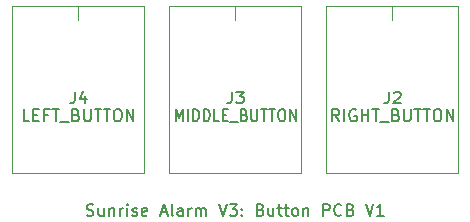
<source format=gbr>
G04 #@! TF.GenerationSoftware,KiCad,Pcbnew,7.0.7-2.fc38*
G04 #@! TF.CreationDate,2023-10-09T12:18:05+01:00*
G04 #@! TF.ProjectId,Button_PCB,42757474-6f6e-45f5-9043-422e6b696361,rev?*
G04 #@! TF.SameCoordinates,Original*
G04 #@! TF.FileFunction,Legend,Top*
G04 #@! TF.FilePolarity,Positive*
%FSLAX46Y46*%
G04 Gerber Fmt 4.6, Leading zero omitted, Abs format (unit mm)*
G04 Created by KiCad (PCBNEW 7.0.7-2.fc38) date 2023-10-09 12:18:05*
%MOMM*%
%LPD*%
G01*
G04 APERTURE LIST*
%ADD10C,0.150000*%
%ADD11C,0.120000*%
G04 APERTURE END LIST*
D10*
X116428570Y-90307200D02*
X116571427Y-90354819D01*
X116571427Y-90354819D02*
X116809522Y-90354819D01*
X116809522Y-90354819D02*
X116904760Y-90307200D01*
X116904760Y-90307200D02*
X116952379Y-90259580D01*
X116952379Y-90259580D02*
X116999998Y-90164342D01*
X116999998Y-90164342D02*
X116999998Y-90069104D01*
X116999998Y-90069104D02*
X116952379Y-89973866D01*
X116952379Y-89973866D02*
X116904760Y-89926247D01*
X116904760Y-89926247D02*
X116809522Y-89878628D01*
X116809522Y-89878628D02*
X116619046Y-89831009D01*
X116619046Y-89831009D02*
X116523808Y-89783390D01*
X116523808Y-89783390D02*
X116476189Y-89735771D01*
X116476189Y-89735771D02*
X116428570Y-89640533D01*
X116428570Y-89640533D02*
X116428570Y-89545295D01*
X116428570Y-89545295D02*
X116476189Y-89450057D01*
X116476189Y-89450057D02*
X116523808Y-89402438D01*
X116523808Y-89402438D02*
X116619046Y-89354819D01*
X116619046Y-89354819D02*
X116857141Y-89354819D01*
X116857141Y-89354819D02*
X116999998Y-89402438D01*
X117857141Y-89688152D02*
X117857141Y-90354819D01*
X117428570Y-89688152D02*
X117428570Y-90211961D01*
X117428570Y-90211961D02*
X117476189Y-90307200D01*
X117476189Y-90307200D02*
X117571427Y-90354819D01*
X117571427Y-90354819D02*
X117714284Y-90354819D01*
X117714284Y-90354819D02*
X117809522Y-90307200D01*
X117809522Y-90307200D02*
X117857141Y-90259580D01*
X118333332Y-89688152D02*
X118333332Y-90354819D01*
X118333332Y-89783390D02*
X118380951Y-89735771D01*
X118380951Y-89735771D02*
X118476189Y-89688152D01*
X118476189Y-89688152D02*
X118619046Y-89688152D01*
X118619046Y-89688152D02*
X118714284Y-89735771D01*
X118714284Y-89735771D02*
X118761903Y-89831009D01*
X118761903Y-89831009D02*
X118761903Y-90354819D01*
X119238094Y-90354819D02*
X119238094Y-89688152D01*
X119238094Y-89878628D02*
X119285713Y-89783390D01*
X119285713Y-89783390D02*
X119333332Y-89735771D01*
X119333332Y-89735771D02*
X119428570Y-89688152D01*
X119428570Y-89688152D02*
X119523808Y-89688152D01*
X119857142Y-90354819D02*
X119857142Y-89688152D01*
X119857142Y-89354819D02*
X119809523Y-89402438D01*
X119809523Y-89402438D02*
X119857142Y-89450057D01*
X119857142Y-89450057D02*
X119904761Y-89402438D01*
X119904761Y-89402438D02*
X119857142Y-89354819D01*
X119857142Y-89354819D02*
X119857142Y-89450057D01*
X120285713Y-90307200D02*
X120380951Y-90354819D01*
X120380951Y-90354819D02*
X120571427Y-90354819D01*
X120571427Y-90354819D02*
X120666665Y-90307200D01*
X120666665Y-90307200D02*
X120714284Y-90211961D01*
X120714284Y-90211961D02*
X120714284Y-90164342D01*
X120714284Y-90164342D02*
X120666665Y-90069104D01*
X120666665Y-90069104D02*
X120571427Y-90021485D01*
X120571427Y-90021485D02*
X120428570Y-90021485D01*
X120428570Y-90021485D02*
X120333332Y-89973866D01*
X120333332Y-89973866D02*
X120285713Y-89878628D01*
X120285713Y-89878628D02*
X120285713Y-89831009D01*
X120285713Y-89831009D02*
X120333332Y-89735771D01*
X120333332Y-89735771D02*
X120428570Y-89688152D01*
X120428570Y-89688152D02*
X120571427Y-89688152D01*
X120571427Y-89688152D02*
X120666665Y-89735771D01*
X121523808Y-90307200D02*
X121428570Y-90354819D01*
X121428570Y-90354819D02*
X121238094Y-90354819D01*
X121238094Y-90354819D02*
X121142856Y-90307200D01*
X121142856Y-90307200D02*
X121095237Y-90211961D01*
X121095237Y-90211961D02*
X121095237Y-89831009D01*
X121095237Y-89831009D02*
X121142856Y-89735771D01*
X121142856Y-89735771D02*
X121238094Y-89688152D01*
X121238094Y-89688152D02*
X121428570Y-89688152D01*
X121428570Y-89688152D02*
X121523808Y-89735771D01*
X121523808Y-89735771D02*
X121571427Y-89831009D01*
X121571427Y-89831009D02*
X121571427Y-89926247D01*
X121571427Y-89926247D02*
X121095237Y-90021485D01*
X122714285Y-90069104D02*
X123190475Y-90069104D01*
X122619047Y-90354819D02*
X122952380Y-89354819D01*
X122952380Y-89354819D02*
X123285713Y-90354819D01*
X123761904Y-90354819D02*
X123666666Y-90307200D01*
X123666666Y-90307200D02*
X123619047Y-90211961D01*
X123619047Y-90211961D02*
X123619047Y-89354819D01*
X124571428Y-90354819D02*
X124571428Y-89831009D01*
X124571428Y-89831009D02*
X124523809Y-89735771D01*
X124523809Y-89735771D02*
X124428571Y-89688152D01*
X124428571Y-89688152D02*
X124238095Y-89688152D01*
X124238095Y-89688152D02*
X124142857Y-89735771D01*
X124571428Y-90307200D02*
X124476190Y-90354819D01*
X124476190Y-90354819D02*
X124238095Y-90354819D01*
X124238095Y-90354819D02*
X124142857Y-90307200D01*
X124142857Y-90307200D02*
X124095238Y-90211961D01*
X124095238Y-90211961D02*
X124095238Y-90116723D01*
X124095238Y-90116723D02*
X124142857Y-90021485D01*
X124142857Y-90021485D02*
X124238095Y-89973866D01*
X124238095Y-89973866D02*
X124476190Y-89973866D01*
X124476190Y-89973866D02*
X124571428Y-89926247D01*
X125047619Y-90354819D02*
X125047619Y-89688152D01*
X125047619Y-89878628D02*
X125095238Y-89783390D01*
X125095238Y-89783390D02*
X125142857Y-89735771D01*
X125142857Y-89735771D02*
X125238095Y-89688152D01*
X125238095Y-89688152D02*
X125333333Y-89688152D01*
X125666667Y-90354819D02*
X125666667Y-89688152D01*
X125666667Y-89783390D02*
X125714286Y-89735771D01*
X125714286Y-89735771D02*
X125809524Y-89688152D01*
X125809524Y-89688152D02*
X125952381Y-89688152D01*
X125952381Y-89688152D02*
X126047619Y-89735771D01*
X126047619Y-89735771D02*
X126095238Y-89831009D01*
X126095238Y-89831009D02*
X126095238Y-90354819D01*
X126095238Y-89831009D02*
X126142857Y-89735771D01*
X126142857Y-89735771D02*
X126238095Y-89688152D01*
X126238095Y-89688152D02*
X126380952Y-89688152D01*
X126380952Y-89688152D02*
X126476191Y-89735771D01*
X126476191Y-89735771D02*
X126523810Y-89831009D01*
X126523810Y-89831009D02*
X126523810Y-90354819D01*
X127619048Y-89354819D02*
X127952381Y-90354819D01*
X127952381Y-90354819D02*
X128285714Y-89354819D01*
X128523810Y-89354819D02*
X129142857Y-89354819D01*
X129142857Y-89354819D02*
X128809524Y-89735771D01*
X128809524Y-89735771D02*
X128952381Y-89735771D01*
X128952381Y-89735771D02*
X129047619Y-89783390D01*
X129047619Y-89783390D02*
X129095238Y-89831009D01*
X129095238Y-89831009D02*
X129142857Y-89926247D01*
X129142857Y-89926247D02*
X129142857Y-90164342D01*
X129142857Y-90164342D02*
X129095238Y-90259580D01*
X129095238Y-90259580D02*
X129047619Y-90307200D01*
X129047619Y-90307200D02*
X128952381Y-90354819D01*
X128952381Y-90354819D02*
X128666667Y-90354819D01*
X128666667Y-90354819D02*
X128571429Y-90307200D01*
X128571429Y-90307200D02*
X128523810Y-90259580D01*
X129571429Y-90259580D02*
X129619048Y-90307200D01*
X129619048Y-90307200D02*
X129571429Y-90354819D01*
X129571429Y-90354819D02*
X129523810Y-90307200D01*
X129523810Y-90307200D02*
X129571429Y-90259580D01*
X129571429Y-90259580D02*
X129571429Y-90354819D01*
X129571429Y-89735771D02*
X129619048Y-89783390D01*
X129619048Y-89783390D02*
X129571429Y-89831009D01*
X129571429Y-89831009D02*
X129523810Y-89783390D01*
X129523810Y-89783390D02*
X129571429Y-89735771D01*
X129571429Y-89735771D02*
X129571429Y-89831009D01*
X131142857Y-89831009D02*
X131285714Y-89878628D01*
X131285714Y-89878628D02*
X131333333Y-89926247D01*
X131333333Y-89926247D02*
X131380952Y-90021485D01*
X131380952Y-90021485D02*
X131380952Y-90164342D01*
X131380952Y-90164342D02*
X131333333Y-90259580D01*
X131333333Y-90259580D02*
X131285714Y-90307200D01*
X131285714Y-90307200D02*
X131190476Y-90354819D01*
X131190476Y-90354819D02*
X130809524Y-90354819D01*
X130809524Y-90354819D02*
X130809524Y-89354819D01*
X130809524Y-89354819D02*
X131142857Y-89354819D01*
X131142857Y-89354819D02*
X131238095Y-89402438D01*
X131238095Y-89402438D02*
X131285714Y-89450057D01*
X131285714Y-89450057D02*
X131333333Y-89545295D01*
X131333333Y-89545295D02*
X131333333Y-89640533D01*
X131333333Y-89640533D02*
X131285714Y-89735771D01*
X131285714Y-89735771D02*
X131238095Y-89783390D01*
X131238095Y-89783390D02*
X131142857Y-89831009D01*
X131142857Y-89831009D02*
X130809524Y-89831009D01*
X132238095Y-89688152D02*
X132238095Y-90354819D01*
X131809524Y-89688152D02*
X131809524Y-90211961D01*
X131809524Y-90211961D02*
X131857143Y-90307200D01*
X131857143Y-90307200D02*
X131952381Y-90354819D01*
X131952381Y-90354819D02*
X132095238Y-90354819D01*
X132095238Y-90354819D02*
X132190476Y-90307200D01*
X132190476Y-90307200D02*
X132238095Y-90259580D01*
X132571429Y-89688152D02*
X132952381Y-89688152D01*
X132714286Y-89354819D02*
X132714286Y-90211961D01*
X132714286Y-90211961D02*
X132761905Y-90307200D01*
X132761905Y-90307200D02*
X132857143Y-90354819D01*
X132857143Y-90354819D02*
X132952381Y-90354819D01*
X133142858Y-89688152D02*
X133523810Y-89688152D01*
X133285715Y-89354819D02*
X133285715Y-90211961D01*
X133285715Y-90211961D02*
X133333334Y-90307200D01*
X133333334Y-90307200D02*
X133428572Y-90354819D01*
X133428572Y-90354819D02*
X133523810Y-90354819D01*
X134000001Y-90354819D02*
X133904763Y-90307200D01*
X133904763Y-90307200D02*
X133857144Y-90259580D01*
X133857144Y-90259580D02*
X133809525Y-90164342D01*
X133809525Y-90164342D02*
X133809525Y-89878628D01*
X133809525Y-89878628D02*
X133857144Y-89783390D01*
X133857144Y-89783390D02*
X133904763Y-89735771D01*
X133904763Y-89735771D02*
X134000001Y-89688152D01*
X134000001Y-89688152D02*
X134142858Y-89688152D01*
X134142858Y-89688152D02*
X134238096Y-89735771D01*
X134238096Y-89735771D02*
X134285715Y-89783390D01*
X134285715Y-89783390D02*
X134333334Y-89878628D01*
X134333334Y-89878628D02*
X134333334Y-90164342D01*
X134333334Y-90164342D02*
X134285715Y-90259580D01*
X134285715Y-90259580D02*
X134238096Y-90307200D01*
X134238096Y-90307200D02*
X134142858Y-90354819D01*
X134142858Y-90354819D02*
X134000001Y-90354819D01*
X134761906Y-89688152D02*
X134761906Y-90354819D01*
X134761906Y-89783390D02*
X134809525Y-89735771D01*
X134809525Y-89735771D02*
X134904763Y-89688152D01*
X134904763Y-89688152D02*
X135047620Y-89688152D01*
X135047620Y-89688152D02*
X135142858Y-89735771D01*
X135142858Y-89735771D02*
X135190477Y-89831009D01*
X135190477Y-89831009D02*
X135190477Y-90354819D01*
X136428573Y-90354819D02*
X136428573Y-89354819D01*
X136428573Y-89354819D02*
X136809525Y-89354819D01*
X136809525Y-89354819D02*
X136904763Y-89402438D01*
X136904763Y-89402438D02*
X136952382Y-89450057D01*
X136952382Y-89450057D02*
X137000001Y-89545295D01*
X137000001Y-89545295D02*
X137000001Y-89688152D01*
X137000001Y-89688152D02*
X136952382Y-89783390D01*
X136952382Y-89783390D02*
X136904763Y-89831009D01*
X136904763Y-89831009D02*
X136809525Y-89878628D01*
X136809525Y-89878628D02*
X136428573Y-89878628D01*
X138000001Y-90259580D02*
X137952382Y-90307200D01*
X137952382Y-90307200D02*
X137809525Y-90354819D01*
X137809525Y-90354819D02*
X137714287Y-90354819D01*
X137714287Y-90354819D02*
X137571430Y-90307200D01*
X137571430Y-90307200D02*
X137476192Y-90211961D01*
X137476192Y-90211961D02*
X137428573Y-90116723D01*
X137428573Y-90116723D02*
X137380954Y-89926247D01*
X137380954Y-89926247D02*
X137380954Y-89783390D01*
X137380954Y-89783390D02*
X137428573Y-89592914D01*
X137428573Y-89592914D02*
X137476192Y-89497676D01*
X137476192Y-89497676D02*
X137571430Y-89402438D01*
X137571430Y-89402438D02*
X137714287Y-89354819D01*
X137714287Y-89354819D02*
X137809525Y-89354819D01*
X137809525Y-89354819D02*
X137952382Y-89402438D01*
X137952382Y-89402438D02*
X138000001Y-89450057D01*
X138761906Y-89831009D02*
X138904763Y-89878628D01*
X138904763Y-89878628D02*
X138952382Y-89926247D01*
X138952382Y-89926247D02*
X139000001Y-90021485D01*
X139000001Y-90021485D02*
X139000001Y-90164342D01*
X139000001Y-90164342D02*
X138952382Y-90259580D01*
X138952382Y-90259580D02*
X138904763Y-90307200D01*
X138904763Y-90307200D02*
X138809525Y-90354819D01*
X138809525Y-90354819D02*
X138428573Y-90354819D01*
X138428573Y-90354819D02*
X138428573Y-89354819D01*
X138428573Y-89354819D02*
X138761906Y-89354819D01*
X138761906Y-89354819D02*
X138857144Y-89402438D01*
X138857144Y-89402438D02*
X138904763Y-89450057D01*
X138904763Y-89450057D02*
X138952382Y-89545295D01*
X138952382Y-89545295D02*
X138952382Y-89640533D01*
X138952382Y-89640533D02*
X138904763Y-89735771D01*
X138904763Y-89735771D02*
X138857144Y-89783390D01*
X138857144Y-89783390D02*
X138761906Y-89831009D01*
X138761906Y-89831009D02*
X138428573Y-89831009D01*
X140047621Y-89354819D02*
X140380954Y-90354819D01*
X140380954Y-90354819D02*
X140714287Y-89354819D01*
X141571430Y-90354819D02*
X141000002Y-90354819D01*
X141285716Y-90354819D02*
X141285716Y-89354819D01*
X141285716Y-89354819D02*
X141190478Y-89497676D01*
X141190478Y-89497676D02*
X141095240Y-89592914D01*
X141095240Y-89592914D02*
X141000002Y-89640533D01*
X115416666Y-79834819D02*
X115416666Y-80549104D01*
X115416666Y-80549104D02*
X115369047Y-80691961D01*
X115369047Y-80691961D02*
X115273809Y-80787200D01*
X115273809Y-80787200D02*
X115130952Y-80834819D01*
X115130952Y-80834819D02*
X115035714Y-80834819D01*
X116321428Y-80168152D02*
X116321428Y-80834819D01*
X116083333Y-79787200D02*
X115845238Y-80501485D01*
X115845238Y-80501485D02*
X116464285Y-80501485D01*
X111583332Y-82334819D02*
X111107142Y-82334819D01*
X111107142Y-82334819D02*
X111107142Y-81334819D01*
X111916666Y-81811009D02*
X112249999Y-81811009D01*
X112392856Y-82334819D02*
X111916666Y-82334819D01*
X111916666Y-82334819D02*
X111916666Y-81334819D01*
X111916666Y-81334819D02*
X112392856Y-81334819D01*
X113154761Y-81811009D02*
X112821428Y-81811009D01*
X112821428Y-82334819D02*
X112821428Y-81334819D01*
X112821428Y-81334819D02*
X113297618Y-81334819D01*
X113535714Y-81334819D02*
X114107142Y-81334819D01*
X113821428Y-82334819D02*
X113821428Y-81334819D01*
X114202381Y-82430057D02*
X114964285Y-82430057D01*
X115535714Y-81811009D02*
X115678571Y-81858628D01*
X115678571Y-81858628D02*
X115726190Y-81906247D01*
X115726190Y-81906247D02*
X115773809Y-82001485D01*
X115773809Y-82001485D02*
X115773809Y-82144342D01*
X115773809Y-82144342D02*
X115726190Y-82239580D01*
X115726190Y-82239580D02*
X115678571Y-82287200D01*
X115678571Y-82287200D02*
X115583333Y-82334819D01*
X115583333Y-82334819D02*
X115202381Y-82334819D01*
X115202381Y-82334819D02*
X115202381Y-81334819D01*
X115202381Y-81334819D02*
X115535714Y-81334819D01*
X115535714Y-81334819D02*
X115630952Y-81382438D01*
X115630952Y-81382438D02*
X115678571Y-81430057D01*
X115678571Y-81430057D02*
X115726190Y-81525295D01*
X115726190Y-81525295D02*
X115726190Y-81620533D01*
X115726190Y-81620533D02*
X115678571Y-81715771D01*
X115678571Y-81715771D02*
X115630952Y-81763390D01*
X115630952Y-81763390D02*
X115535714Y-81811009D01*
X115535714Y-81811009D02*
X115202381Y-81811009D01*
X116202381Y-81334819D02*
X116202381Y-82144342D01*
X116202381Y-82144342D02*
X116250000Y-82239580D01*
X116250000Y-82239580D02*
X116297619Y-82287200D01*
X116297619Y-82287200D02*
X116392857Y-82334819D01*
X116392857Y-82334819D02*
X116583333Y-82334819D01*
X116583333Y-82334819D02*
X116678571Y-82287200D01*
X116678571Y-82287200D02*
X116726190Y-82239580D01*
X116726190Y-82239580D02*
X116773809Y-82144342D01*
X116773809Y-82144342D02*
X116773809Y-81334819D01*
X117107143Y-81334819D02*
X117678571Y-81334819D01*
X117392857Y-82334819D02*
X117392857Y-81334819D01*
X117869048Y-81334819D02*
X118440476Y-81334819D01*
X118154762Y-82334819D02*
X118154762Y-81334819D01*
X118964286Y-81334819D02*
X119154762Y-81334819D01*
X119154762Y-81334819D02*
X119250000Y-81382438D01*
X119250000Y-81382438D02*
X119345238Y-81477676D01*
X119345238Y-81477676D02*
X119392857Y-81668152D01*
X119392857Y-81668152D02*
X119392857Y-82001485D01*
X119392857Y-82001485D02*
X119345238Y-82191961D01*
X119345238Y-82191961D02*
X119250000Y-82287200D01*
X119250000Y-82287200D02*
X119154762Y-82334819D01*
X119154762Y-82334819D02*
X118964286Y-82334819D01*
X118964286Y-82334819D02*
X118869048Y-82287200D01*
X118869048Y-82287200D02*
X118773810Y-82191961D01*
X118773810Y-82191961D02*
X118726191Y-82001485D01*
X118726191Y-82001485D02*
X118726191Y-81668152D01*
X118726191Y-81668152D02*
X118773810Y-81477676D01*
X118773810Y-81477676D02*
X118869048Y-81382438D01*
X118869048Y-81382438D02*
X118964286Y-81334819D01*
X119821429Y-82334819D02*
X119821429Y-81334819D01*
X119821429Y-81334819D02*
X120392857Y-82334819D01*
X120392857Y-82334819D02*
X120392857Y-81334819D01*
X142016666Y-79834819D02*
X142016666Y-80549104D01*
X142016666Y-80549104D02*
X141969047Y-80691961D01*
X141969047Y-80691961D02*
X141873809Y-80787200D01*
X141873809Y-80787200D02*
X141730952Y-80834819D01*
X141730952Y-80834819D02*
X141635714Y-80834819D01*
X142445238Y-79930057D02*
X142492857Y-79882438D01*
X142492857Y-79882438D02*
X142588095Y-79834819D01*
X142588095Y-79834819D02*
X142826190Y-79834819D01*
X142826190Y-79834819D02*
X142921428Y-79882438D01*
X142921428Y-79882438D02*
X142969047Y-79930057D01*
X142969047Y-79930057D02*
X143016666Y-80025295D01*
X143016666Y-80025295D02*
X143016666Y-80120533D01*
X143016666Y-80120533D02*
X142969047Y-80263390D01*
X142969047Y-80263390D02*
X142397619Y-80834819D01*
X142397619Y-80834819D02*
X143016666Y-80834819D01*
X137802380Y-82334819D02*
X137469047Y-81858628D01*
X137230952Y-82334819D02*
X137230952Y-81334819D01*
X137230952Y-81334819D02*
X137611904Y-81334819D01*
X137611904Y-81334819D02*
X137707142Y-81382438D01*
X137707142Y-81382438D02*
X137754761Y-81430057D01*
X137754761Y-81430057D02*
X137802380Y-81525295D01*
X137802380Y-81525295D02*
X137802380Y-81668152D01*
X137802380Y-81668152D02*
X137754761Y-81763390D01*
X137754761Y-81763390D02*
X137707142Y-81811009D01*
X137707142Y-81811009D02*
X137611904Y-81858628D01*
X137611904Y-81858628D02*
X137230952Y-81858628D01*
X138230952Y-82334819D02*
X138230952Y-81334819D01*
X139230951Y-81382438D02*
X139135713Y-81334819D01*
X139135713Y-81334819D02*
X138992856Y-81334819D01*
X138992856Y-81334819D02*
X138849999Y-81382438D01*
X138849999Y-81382438D02*
X138754761Y-81477676D01*
X138754761Y-81477676D02*
X138707142Y-81572914D01*
X138707142Y-81572914D02*
X138659523Y-81763390D01*
X138659523Y-81763390D02*
X138659523Y-81906247D01*
X138659523Y-81906247D02*
X138707142Y-82096723D01*
X138707142Y-82096723D02*
X138754761Y-82191961D01*
X138754761Y-82191961D02*
X138849999Y-82287200D01*
X138849999Y-82287200D02*
X138992856Y-82334819D01*
X138992856Y-82334819D02*
X139088094Y-82334819D01*
X139088094Y-82334819D02*
X139230951Y-82287200D01*
X139230951Y-82287200D02*
X139278570Y-82239580D01*
X139278570Y-82239580D02*
X139278570Y-81906247D01*
X139278570Y-81906247D02*
X139088094Y-81906247D01*
X139707142Y-82334819D02*
X139707142Y-81334819D01*
X139707142Y-81811009D02*
X140278570Y-81811009D01*
X140278570Y-82334819D02*
X140278570Y-81334819D01*
X140611904Y-81334819D02*
X141183332Y-81334819D01*
X140897618Y-82334819D02*
X140897618Y-81334819D01*
X141278571Y-82430057D02*
X142040475Y-82430057D01*
X142611904Y-81811009D02*
X142754761Y-81858628D01*
X142754761Y-81858628D02*
X142802380Y-81906247D01*
X142802380Y-81906247D02*
X142849999Y-82001485D01*
X142849999Y-82001485D02*
X142849999Y-82144342D01*
X142849999Y-82144342D02*
X142802380Y-82239580D01*
X142802380Y-82239580D02*
X142754761Y-82287200D01*
X142754761Y-82287200D02*
X142659523Y-82334819D01*
X142659523Y-82334819D02*
X142278571Y-82334819D01*
X142278571Y-82334819D02*
X142278571Y-81334819D01*
X142278571Y-81334819D02*
X142611904Y-81334819D01*
X142611904Y-81334819D02*
X142707142Y-81382438D01*
X142707142Y-81382438D02*
X142754761Y-81430057D01*
X142754761Y-81430057D02*
X142802380Y-81525295D01*
X142802380Y-81525295D02*
X142802380Y-81620533D01*
X142802380Y-81620533D02*
X142754761Y-81715771D01*
X142754761Y-81715771D02*
X142707142Y-81763390D01*
X142707142Y-81763390D02*
X142611904Y-81811009D01*
X142611904Y-81811009D02*
X142278571Y-81811009D01*
X143278571Y-81334819D02*
X143278571Y-82144342D01*
X143278571Y-82144342D02*
X143326190Y-82239580D01*
X143326190Y-82239580D02*
X143373809Y-82287200D01*
X143373809Y-82287200D02*
X143469047Y-82334819D01*
X143469047Y-82334819D02*
X143659523Y-82334819D01*
X143659523Y-82334819D02*
X143754761Y-82287200D01*
X143754761Y-82287200D02*
X143802380Y-82239580D01*
X143802380Y-82239580D02*
X143849999Y-82144342D01*
X143849999Y-82144342D02*
X143849999Y-81334819D01*
X144183333Y-81334819D02*
X144754761Y-81334819D01*
X144469047Y-82334819D02*
X144469047Y-81334819D01*
X144945238Y-81334819D02*
X145516666Y-81334819D01*
X145230952Y-82334819D02*
X145230952Y-81334819D01*
X146040476Y-81334819D02*
X146230952Y-81334819D01*
X146230952Y-81334819D02*
X146326190Y-81382438D01*
X146326190Y-81382438D02*
X146421428Y-81477676D01*
X146421428Y-81477676D02*
X146469047Y-81668152D01*
X146469047Y-81668152D02*
X146469047Y-82001485D01*
X146469047Y-82001485D02*
X146421428Y-82191961D01*
X146421428Y-82191961D02*
X146326190Y-82287200D01*
X146326190Y-82287200D02*
X146230952Y-82334819D01*
X146230952Y-82334819D02*
X146040476Y-82334819D01*
X146040476Y-82334819D02*
X145945238Y-82287200D01*
X145945238Y-82287200D02*
X145850000Y-82191961D01*
X145850000Y-82191961D02*
X145802381Y-82001485D01*
X145802381Y-82001485D02*
X145802381Y-81668152D01*
X145802381Y-81668152D02*
X145850000Y-81477676D01*
X145850000Y-81477676D02*
X145945238Y-81382438D01*
X145945238Y-81382438D02*
X146040476Y-81334819D01*
X146897619Y-82334819D02*
X146897619Y-81334819D01*
X146897619Y-81334819D02*
X147469047Y-82334819D01*
X147469047Y-82334819D02*
X147469047Y-81334819D01*
X128716666Y-79834819D02*
X128716666Y-80549104D01*
X128716666Y-80549104D02*
X128669047Y-80691961D01*
X128669047Y-80691961D02*
X128573809Y-80787200D01*
X128573809Y-80787200D02*
X128430952Y-80834819D01*
X128430952Y-80834819D02*
X128335714Y-80834819D01*
X129097619Y-79834819D02*
X129716666Y-79834819D01*
X129716666Y-79834819D02*
X129383333Y-80215771D01*
X129383333Y-80215771D02*
X129526190Y-80215771D01*
X129526190Y-80215771D02*
X129621428Y-80263390D01*
X129621428Y-80263390D02*
X129669047Y-80311009D01*
X129669047Y-80311009D02*
X129716666Y-80406247D01*
X129716666Y-80406247D02*
X129716666Y-80644342D01*
X129716666Y-80644342D02*
X129669047Y-80739580D01*
X129669047Y-80739580D02*
X129621428Y-80787200D01*
X129621428Y-80787200D02*
X129526190Y-80834819D01*
X129526190Y-80834819D02*
X129240476Y-80834819D01*
X129240476Y-80834819D02*
X129145238Y-80787200D01*
X129145238Y-80787200D02*
X129097619Y-80739580D01*
X123971429Y-82334819D02*
X123971429Y-81334819D01*
X123971429Y-81334819D02*
X124271429Y-82049104D01*
X124271429Y-82049104D02*
X124571429Y-81334819D01*
X124571429Y-81334819D02*
X124571429Y-82334819D01*
X125000000Y-82334819D02*
X125000000Y-81334819D01*
X125428571Y-82334819D02*
X125428571Y-81334819D01*
X125428571Y-81334819D02*
X125642857Y-81334819D01*
X125642857Y-81334819D02*
X125771428Y-81382438D01*
X125771428Y-81382438D02*
X125857143Y-81477676D01*
X125857143Y-81477676D02*
X125900000Y-81572914D01*
X125900000Y-81572914D02*
X125942857Y-81763390D01*
X125942857Y-81763390D02*
X125942857Y-81906247D01*
X125942857Y-81906247D02*
X125900000Y-82096723D01*
X125900000Y-82096723D02*
X125857143Y-82191961D01*
X125857143Y-82191961D02*
X125771428Y-82287200D01*
X125771428Y-82287200D02*
X125642857Y-82334819D01*
X125642857Y-82334819D02*
X125428571Y-82334819D01*
X126328571Y-82334819D02*
X126328571Y-81334819D01*
X126328571Y-81334819D02*
X126542857Y-81334819D01*
X126542857Y-81334819D02*
X126671428Y-81382438D01*
X126671428Y-81382438D02*
X126757143Y-81477676D01*
X126757143Y-81477676D02*
X126800000Y-81572914D01*
X126800000Y-81572914D02*
X126842857Y-81763390D01*
X126842857Y-81763390D02*
X126842857Y-81906247D01*
X126842857Y-81906247D02*
X126800000Y-82096723D01*
X126800000Y-82096723D02*
X126757143Y-82191961D01*
X126757143Y-82191961D02*
X126671428Y-82287200D01*
X126671428Y-82287200D02*
X126542857Y-82334819D01*
X126542857Y-82334819D02*
X126328571Y-82334819D01*
X127657143Y-82334819D02*
X127228571Y-82334819D01*
X127228571Y-82334819D02*
X127228571Y-81334819D01*
X127957142Y-81811009D02*
X128257142Y-81811009D01*
X128385714Y-82334819D02*
X127957142Y-82334819D01*
X127957142Y-82334819D02*
X127957142Y-81334819D01*
X127957142Y-81334819D02*
X128385714Y-81334819D01*
X128557143Y-82430057D02*
X129242857Y-82430057D01*
X129757142Y-81811009D02*
X129885714Y-81858628D01*
X129885714Y-81858628D02*
X129928571Y-81906247D01*
X129928571Y-81906247D02*
X129971428Y-82001485D01*
X129971428Y-82001485D02*
X129971428Y-82144342D01*
X129971428Y-82144342D02*
X129928571Y-82239580D01*
X129928571Y-82239580D02*
X129885714Y-82287200D01*
X129885714Y-82287200D02*
X129799999Y-82334819D01*
X129799999Y-82334819D02*
X129457142Y-82334819D01*
X129457142Y-82334819D02*
X129457142Y-81334819D01*
X129457142Y-81334819D02*
X129757142Y-81334819D01*
X129757142Y-81334819D02*
X129842857Y-81382438D01*
X129842857Y-81382438D02*
X129885714Y-81430057D01*
X129885714Y-81430057D02*
X129928571Y-81525295D01*
X129928571Y-81525295D02*
X129928571Y-81620533D01*
X129928571Y-81620533D02*
X129885714Y-81715771D01*
X129885714Y-81715771D02*
X129842857Y-81763390D01*
X129842857Y-81763390D02*
X129757142Y-81811009D01*
X129757142Y-81811009D02*
X129457142Y-81811009D01*
X130357142Y-81334819D02*
X130357142Y-82144342D01*
X130357142Y-82144342D02*
X130399999Y-82239580D01*
X130399999Y-82239580D02*
X130442857Y-82287200D01*
X130442857Y-82287200D02*
X130528571Y-82334819D01*
X130528571Y-82334819D02*
X130699999Y-82334819D01*
X130699999Y-82334819D02*
X130785714Y-82287200D01*
X130785714Y-82287200D02*
X130828571Y-82239580D01*
X130828571Y-82239580D02*
X130871428Y-82144342D01*
X130871428Y-82144342D02*
X130871428Y-81334819D01*
X131171428Y-81334819D02*
X131685714Y-81334819D01*
X131428571Y-82334819D02*
X131428571Y-81334819D01*
X131857142Y-81334819D02*
X132371428Y-81334819D01*
X132114285Y-82334819D02*
X132114285Y-81334819D01*
X132842856Y-81334819D02*
X133014284Y-81334819D01*
X133014284Y-81334819D02*
X133099999Y-81382438D01*
X133099999Y-81382438D02*
X133185713Y-81477676D01*
X133185713Y-81477676D02*
X133228570Y-81668152D01*
X133228570Y-81668152D02*
X133228570Y-82001485D01*
X133228570Y-82001485D02*
X133185713Y-82191961D01*
X133185713Y-82191961D02*
X133099999Y-82287200D01*
X133099999Y-82287200D02*
X133014284Y-82334819D01*
X133014284Y-82334819D02*
X132842856Y-82334819D01*
X132842856Y-82334819D02*
X132757142Y-82287200D01*
X132757142Y-82287200D02*
X132671427Y-82191961D01*
X132671427Y-82191961D02*
X132628570Y-82001485D01*
X132628570Y-82001485D02*
X132628570Y-81668152D01*
X132628570Y-81668152D02*
X132671427Y-81477676D01*
X132671427Y-81477676D02*
X132757142Y-81382438D01*
X132757142Y-81382438D02*
X132842856Y-81334819D01*
X133614284Y-82334819D02*
X133614284Y-81334819D01*
X133614284Y-81334819D02*
X134128570Y-82334819D01*
X134128570Y-82334819D02*
X134128570Y-81334819D01*
D11*
G04 #@! TO.C,J4*
X115700000Y-73800000D02*
X115700000Y-72570000D01*
X115700000Y-72570000D02*
X121300000Y-72570000D01*
X121300000Y-72570000D02*
X110100000Y-72570000D01*
X110100000Y-72570000D02*
X110100000Y-86770000D01*
X110100000Y-86770000D02*
X121300000Y-86770000D01*
X121300000Y-86770000D02*
X121300000Y-72570000D01*
G04 #@! TO.C,J2*
X142300000Y-72570000D02*
X147900000Y-72570000D01*
X142300000Y-73800000D02*
X142300000Y-72570000D01*
X147900000Y-72570000D02*
X136700000Y-72570000D01*
X136700000Y-72570000D02*
X136700000Y-86770000D01*
X136700000Y-86770000D02*
X147900000Y-86770000D01*
X147900000Y-86770000D02*
X147900000Y-72570000D01*
G04 #@! TO.C,J3*
X129000000Y-72570000D02*
X134600000Y-72570000D01*
X129000000Y-73800000D02*
X129000000Y-72570000D01*
X134600000Y-72570000D02*
X123400000Y-72570000D01*
X123400000Y-72570000D02*
X123400000Y-86770000D01*
X123400000Y-86770000D02*
X134600000Y-86770000D01*
X134600000Y-86770000D02*
X134600000Y-72570000D01*
G04 #@! TD*
M02*

</source>
